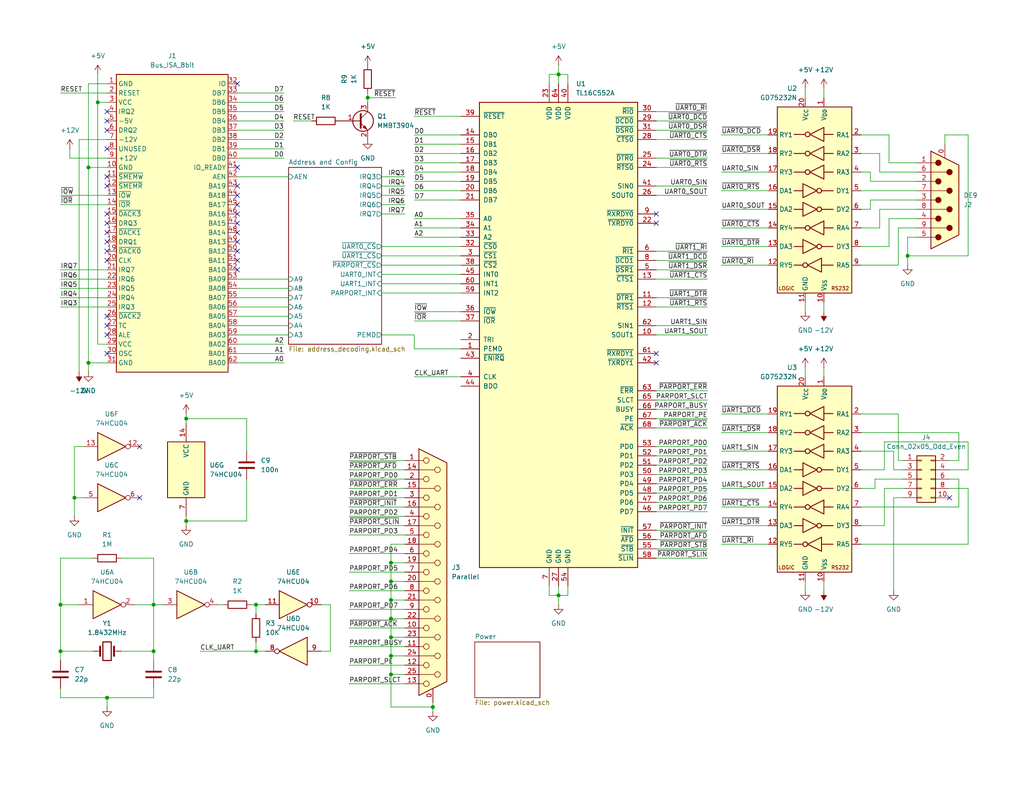
<source format=kicad_sch>
(kicad_sch (version 20231120) (generator "eeschema") (generator_version "8.0")
  (paper "USLetter")
  (junction (at 106.68 168.91))
  (junction (at 24.13 99.06))
  (junction (at 16.51 165.1))
  (junction (at 247.65 69.85))
  (junction (at 41.91 165.1))
  (junction (at 29.21 190.5))
  (junction (at 106.68 158.75))
  (junction (at 24.13 45.72))
  (junction (at 152.4 162.56))
  (junction (at 16.51 177.8))
  (junction (at 69.85 177.8))
  (junction (at 26.67 27.94))
  (junction (at 20.32 135.89))
  (junction (at 152.4 20.32))
  (junction (at 100.33 26.67))
  (junction (at 106.68 184.15))
  (junction (at 106.68 179.07))
  (junction (at 69.85 165.1))
  (junction (at 118.11 193.04))
  (junction (at 50.8 142.24))
  (junction (at 106.68 163.83))
  (junction (at 106.68 173.99))
  (junction (at 41.91 177.8))
  (junction (at 106.68 153.67))
  (junction (at 50.8 114.3))
  (no_connect (at 64.77 55.88))
  (no_connect (at 29.21 50.8))
  (no_connect (at 259.08 135.89))
  (no_connect (at 29.21 68.58))
  (no_connect (at 179.07 99.06))
  (no_connect (at 29.21 30.48))
  (no_connect (at 64.77 60.96))
  (no_connect (at 29.21 35.56))
  (no_connect (at 29.21 91.44))
  (no_connect (at 64.77 50.8))
  (no_connect (at 29.21 96.52))
  (no_connect (at 29.21 86.36))
  (no_connect (at 64.77 71.12))
  (no_connect (at 29.21 66.04))
  (no_connect (at 64.77 22.86))
  (no_connect (at 64.77 68.58))
  (no_connect (at 64.77 45.72))
  (no_connect (at 179.07 60.96))
  (no_connect (at 29.21 58.42))
  (no_connect (at 64.77 63.5))
  (no_connect (at 179.07 96.52))
  (no_connect (at 64.77 73.66))
  (no_connect (at 64.77 53.34))
  (no_connect (at 38.1 135.89))
  (no_connect (at 29.21 71.12))
  (no_connect (at 29.21 48.26))
  (no_connect (at 29.21 40.64))
  (no_connect (at 29.21 63.5))
  (no_connect (at 64.77 58.42))
  (no_connect (at 38.1 121.92))
  (no_connect (at 64.77 66.04))
  (no_connect (at 29.21 88.9))
  (no_connect (at 179.07 58.42))
  (no_connect (at 29.21 60.96))
  (no_connect (at 29.21 33.02))
  (wire (pts (xy 106.68 153.67) (xy 110.49 153.67)))
  (wire (pts (xy 125.73 95.25) (xy 113.03 95.25)))
  (wire (pts (xy 20.32 135.89) (xy 20.32 140.97)))
  (wire (pts (xy 33.02 152.4) (xy 41.91 152.4)))
  (wire (pts (xy 26.67 93.98) (xy 26.67 27.94)))
  (wire (pts (xy 179.07 114.3) (xy 193.04 114.3)))
  (wire (pts (xy 16.51 81.28) (xy 29.21 81.28)))
  (wire (pts (xy 104.14 67.31) (xy 125.73 67.31)))
  (wire (pts (xy 240.03 57.15) (xy 240.03 62.23)))
  (wire (pts (xy 245.11 113.03) (xy 234.95 113.03)))
  (wire (pts (xy 95.25 176.53) (xy 110.49 176.53)))
  (wire (pts (xy 240.03 46.99) (xy 250.19 46.99)))
  (wire (pts (xy 69.85 165.1) (xy 72.39 165.1)))
  (wire (pts (xy 29.21 93.98) (xy 26.67 93.98)))
  (wire (pts (xy 95.25 161.29) (xy 110.49 161.29)))
  (wire (pts (xy 242.57 36.83) (xy 234.95 36.83)))
  (wire (pts (xy 95.25 138.43) (xy 110.49 138.43)))
  (wire (pts (xy 234.95 52.07) (xy 250.19 52.07)))
  (wire (pts (xy 261.62 125.73) (xy 259.08 125.73)))
  (wire (pts (xy 241.3 133.35) (xy 246.38 133.35)))
  (wire (pts (xy 264.16 36.83) (xy 257.81 36.83)))
  (wire (pts (xy 106.68 173.99) (xy 106.68 179.07)))
  (wire (pts (xy 106.68 158.75) (xy 106.68 163.83)))
  (wire (pts (xy 179.07 30.48) (xy 193.04 30.48)))
  (wire (pts (xy 113.03 54.61) (xy 125.73 54.61)))
  (wire (pts (xy 106.68 163.83) (xy 106.68 168.91)))
  (wire (pts (xy 16.51 177.8) (xy 16.51 180.34)))
  (wire (pts (xy 179.07 76.2) (xy 193.04 76.2)))
  (wire (pts (xy 250.19 49.53) (xy 237.49 49.53)))
  (wire (pts (xy 41.91 190.5) (xy 41.91 187.96)))
  (wire (pts (xy 16.51 73.66) (xy 29.21 73.66)))
  (wire (pts (xy 264.16 128.27) (xy 259.08 128.27)))
  (wire (pts (xy 224.79 24.13) (xy 224.79 26.67)))
  (wire (pts (xy 104.14 80.01) (xy 125.73 80.01)))
  (wire (pts (xy 196.85 36.83) (xy 209.55 36.83)))
  (wire (pts (xy 113.03 59.69) (xy 125.73 59.69)))
  (wire (pts (xy 242.57 44.45) (xy 242.57 36.83)))
  (wire (pts (xy 247.65 64.77) (xy 247.65 69.85)))
  (wire (pts (xy 16.51 55.88) (xy 29.21 55.88)))
  (wire (pts (xy 196.85 143.51) (xy 209.55 143.51)))
  (wire (pts (xy 113.03 85.09) (xy 125.73 85.09)))
  (wire (pts (xy 179.07 111.76) (xy 193.04 111.76)))
  (wire (pts (xy 179.07 124.46) (xy 193.04 124.46)))
  (wire (pts (xy 152.4 17.78) (xy 152.4 20.32)))
  (wire (pts (xy 196.85 128.27) (xy 209.55 128.27)))
  (wire (pts (xy 110.49 53.34) (xy 104.14 53.34)))
  (wire (pts (xy 95.25 151.13) (xy 110.49 151.13)))
  (wire (pts (xy 36.83 165.1) (xy 41.91 165.1)))
  (wire (pts (xy 234.95 128.27) (xy 241.3 128.27)))
  (wire (pts (xy 95.25 140.97) (xy 110.49 140.97)))
  (wire (pts (xy 106.68 193.04) (xy 118.11 193.04)))
  (wire (pts (xy 29.21 22.86) (xy 24.13 22.86)))
  (wire (pts (xy 69.85 165.1) (xy 69.85 167.64)))
  (wire (pts (xy 179.07 121.92) (xy 193.04 121.92)))
  (wire (pts (xy 179.07 149.86) (xy 193.04 149.86)))
  (wire (pts (xy 64.77 86.36) (xy 78.74 86.36)))
  (wire (pts (xy 77.47 30.48) (xy 64.77 30.48)))
  (wire (pts (xy 106.68 153.67) (xy 106.68 158.75)))
  (wire (pts (xy 152.4 160.02) (xy 152.4 162.56)))
  (wire (pts (xy 106.68 179.07) (xy 110.49 179.07)))
  (wire (pts (xy 234.95 143.51) (xy 241.3 143.51)))
  (wire (pts (xy 104.14 69.85) (xy 125.73 69.85)))
  (wire (pts (xy 16.51 53.34) (xy 29.21 53.34)))
  (wire (pts (xy 20.32 121.92) (xy 20.32 135.89)))
  (wire (pts (xy 16.51 25.4) (xy 29.21 25.4)))
  (wire (pts (xy 238.76 133.35) (xy 238.76 130.81)))
  (wire (pts (xy 250.19 44.45) (xy 242.57 44.45)))
  (wire (pts (xy 219.71 158.75) (xy 219.71 161.29)))
  (wire (pts (xy 90.17 165.1) (xy 90.17 177.8)))
  (wire (pts (xy 113.03 62.23) (xy 125.73 62.23)))
  (wire (pts (xy 154.94 162.56) (xy 154.94 160.02)))
  (wire (pts (xy 196.85 133.35) (xy 209.55 133.35)))
  (wire (pts (xy 149.86 160.02) (xy 149.86 162.56)))
  (wire (pts (xy 64.77 91.44) (xy 78.74 91.44)))
  (wire (pts (xy 106.68 168.91) (xy 110.49 168.91)))
  (wire (pts (xy 234.95 123.19) (xy 243.84 123.19)))
  (wire (pts (xy 237.49 46.99) (xy 234.95 46.99)))
  (wire (pts (xy 179.07 45.72) (xy 193.04 45.72)))
  (wire (pts (xy 196.85 67.31) (xy 209.55 67.31)))
  (wire (pts (xy 261.62 118.11) (xy 261.62 125.73)))
  (wire (pts (xy 24.13 99.06) (xy 24.13 101.6)))
  (wire (pts (xy 149.86 162.56) (xy 152.4 162.56)))
  (wire (pts (xy 237.49 57.15) (xy 234.95 57.15)))
  (wire (pts (xy 110.49 148.59) (xy 106.68 148.59)))
  (wire (pts (xy 196.85 148.59) (xy 209.55 148.59)))
  (wire (pts (xy 243.84 128.27) (xy 246.38 128.27)))
  (wire (pts (xy 113.03 39.37) (xy 125.73 39.37)))
  (wire (pts (xy 179.07 88.9) (xy 193.04 88.9)))
  (wire (pts (xy 50.8 114.3) (xy 67.31 114.3)))
  (wire (pts (xy 149.86 20.32) (xy 149.86 22.86)))
  (wire (pts (xy 64.77 88.9) (xy 78.74 88.9)))
  (wire (pts (xy 29.21 43.18) (xy 19.05 43.18)))
  (wire (pts (xy 106.68 158.75) (xy 110.49 158.75)))
  (wire (pts (xy 72.39 177.8) (xy 69.85 177.8)))
  (wire (pts (xy 179.07 35.56) (xy 193.04 35.56)))
  (wire (pts (xy 219.71 100.33) (xy 219.71 102.87)))
  (wire (pts (xy 67.31 114.3) (xy 67.31 123.19)))
  (wire (pts (xy 22.86 121.92) (xy 20.32 121.92)))
  (wire (pts (xy 16.51 83.82) (xy 29.21 83.82)))
  (wire (pts (xy 179.07 116.84) (xy 193.04 116.84)))
  (wire (pts (xy 110.49 50.8) (xy 104.14 50.8)))
  (wire (pts (xy 224.79 158.75) (xy 224.79 161.29)))
  (wire (pts (xy 224.79 82.55) (xy 224.79 85.09)))
  (wire (pts (xy 67.31 142.24) (xy 67.31 130.81)))
  (wire (pts (xy 247.65 69.85) (xy 264.16 69.85)))
  (wire (pts (xy 179.07 38.1) (xy 193.04 38.1)))
  (wire (pts (xy 24.13 22.86) (xy 24.13 45.72)))
  (wire (pts (xy 242.57 59.69) (xy 242.57 67.31)))
  (wire (pts (xy 64.77 48.26) (xy 78.74 48.26)))
  (wire (pts (xy 106.68 173.99) (xy 110.49 173.99)))
  (wire (pts (xy 243.84 135.89) (xy 243.84 161.29)))
  (wire (pts (xy 29.21 38.1) (xy 21.59 38.1)))
  (wire (pts (xy 110.49 58.42) (xy 104.14 58.42)))
  (wire (pts (xy 264.16 120.65) (xy 264.16 128.27)))
  (wire (pts (xy 179.07 137.16) (xy 193.04 137.16)))
  (wire (pts (xy 21.59 38.1) (xy 21.59 101.6)))
  (wire (pts (xy 110.49 48.26) (xy 104.14 48.26)))
  (wire (pts (xy 113.03 41.91) (xy 125.73 41.91)))
  (wire (pts (xy 95.25 125.73) (xy 110.49 125.73)))
  (wire (pts (xy 77.47 43.18) (xy 64.77 43.18)))
  (wire (pts (xy 26.67 27.94) (xy 29.21 27.94)))
  (wire (pts (xy 104.14 72.39) (xy 125.73 72.39)))
  (wire (pts (xy 16.51 190.5) (xy 16.51 187.96)))
  (wire (pts (xy 54.61 177.8) (xy 69.85 177.8)))
  (wire (pts (xy 77.47 25.4) (xy 64.77 25.4)))
  (wire (pts (xy 113.03 46.99) (xy 125.73 46.99)))
  (wire (pts (xy 64.77 81.28) (xy 78.74 81.28)))
  (wire (pts (xy 264.16 148.59) (xy 264.16 133.35)))
  (wire (pts (xy 234.95 148.59) (xy 264.16 148.59)))
  (wire (pts (xy 224.79 100.33) (xy 224.79 102.87)))
  (wire (pts (xy 95.25 166.37) (xy 110.49 166.37)))
  (wire (pts (xy 113.03 44.45) (xy 125.73 44.45)))
  (wire (pts (xy 77.47 96.52) (xy 64.77 96.52)))
  (wire (pts (xy 245.11 125.73) (xy 245.11 113.03)))
  (wire (pts (xy 113.03 102.87) (xy 125.73 102.87)))
  (wire (pts (xy 196.85 52.07) (xy 209.55 52.07)))
  (wire (pts (xy 245.11 62.23) (xy 250.19 62.23)))
  (wire (pts (xy 250.19 59.69) (xy 242.57 59.69)))
  (wire (pts (xy 240.03 62.23) (xy 234.95 62.23)))
  (wire (pts (xy 95.25 186.69) (xy 110.49 186.69)))
  (wire (pts (xy 250.19 64.77) (xy 247.65 64.77)))
  (wire (pts (xy 33.02 177.8) (xy 41.91 177.8)))
  (wire (pts (xy 219.71 24.13) (xy 219.71 26.67)))
  (wire (pts (xy 257.81 36.83) (xy 257.81 39.37)))
  (wire (pts (xy 106.68 184.15) (xy 110.49 184.15)))
  (wire (pts (xy 16.51 78.74) (xy 29.21 78.74)))
  (wire (pts (xy 179.07 127) (xy 193.04 127)))
  (wire (pts (xy 234.95 72.39) (xy 245.11 72.39)))
  (wire (pts (xy 234.95 138.43) (xy 261.62 138.43)))
  (wire (pts (xy 243.84 123.19) (xy 243.84 128.27)))
  (wire (pts (xy 24.13 45.72) (xy 24.13 99.06)))
  (wire (pts (xy 20.32 135.89) (xy 22.86 135.89)))
  (wire (pts (xy 50.8 142.24) (xy 67.31 142.24)))
  (wire (pts (xy 41.91 152.4) (xy 41.91 165.1)))
  (wire (pts (xy 106.68 163.83) (xy 110.49 163.83)))
  (wire (pts (xy 179.07 106.68) (xy 193.04 106.68)))
  (wire (pts (xy 118.11 193.04) (xy 118.11 194.31)))
  (wire (pts (xy 64.77 78.74) (xy 78.74 78.74)))
  (wire (pts (xy 106.68 168.91) (xy 106.68 173.99)))
  (wire (pts (xy 179.07 71.12) (xy 193.04 71.12)))
  (wire (pts (xy 64.77 83.82) (xy 78.74 83.82)))
  (wire (pts (xy 179.07 83.82) (xy 193.04 83.82)))
  (wire (pts (xy 104.14 74.93) (xy 125.73 74.93)))
  (wire (pts (xy 196.85 72.39) (xy 209.55 72.39)))
  (wire (pts (xy 113.03 49.53) (xy 125.73 49.53)))
  (wire (pts (xy 261.62 138.43) (xy 261.62 130.81)))
  (wire (pts (xy 234.95 41.91) (xy 240.03 41.91)))
  (wire (pts (xy 179.07 43.18) (xy 193.04 43.18)))
  (wire (pts (xy 29.21 190.5) (xy 41.91 190.5)))
  (wire (pts (xy 24.13 45.72) (xy 29.21 45.72)))
  (wire (pts (xy 179.07 53.34) (xy 193.04 53.34)))
  (wire (pts (xy 100.33 26.67) (xy 100.33 27.94)))
  (wire (pts (xy 264.16 133.35) (xy 259.08 133.35)))
  (wire (pts (xy 196.85 46.99) (xy 209.55 46.99)))
  (wire (pts (xy 113.03 95.25) (xy 113.03 91.44)))
  (wire (pts (xy 152.4 20.32) (xy 149.86 20.32)))
  (wire (pts (xy 264.16 69.85) (xy 264.16 36.83)))
  (wire (pts (xy 179.07 147.32) (xy 193.04 147.32)))
  (wire (pts (xy 77.47 38.1) (xy 64.77 38.1)))
  (wire (pts (xy 113.03 64.77) (xy 125.73 64.77)))
  (wire (pts (xy 179.07 50.8) (xy 193.04 50.8)))
  (wire (pts (xy 69.85 177.8) (xy 69.85 175.26)))
  (wire (pts (xy 241.3 120.65) (xy 264.16 120.65)))
  (wire (pts (xy 106.68 184.15) (xy 106.68 193.04)))
  (wire (pts (xy 24.13 99.06) (xy 29.21 99.06)))
  (wire (pts (xy 241.3 143.51) (xy 241.3 133.35)))
  (wire (pts (xy 77.47 33.02) (xy 64.77 33.02)))
  (wire (pts (xy 113.03 31.75) (xy 125.73 31.75)))
  (wire (pts (xy 77.47 40.64) (xy 64.77 40.64)))
  (wire (pts (xy 25.4 152.4) (xy 16.51 152.4)))
  (wire (pts (xy 50.8 114.3) (xy 50.8 115.57)))
  (wire (pts (xy 95.25 181.61) (xy 110.49 181.61)))
  (wire (pts (xy 179.07 132.08) (xy 193.04 132.08)))
  (wire (pts (xy 64.77 76.2) (xy 78.74 76.2)))
  (wire (pts (xy 250.19 57.15) (xy 240.03 57.15)))
  (wire (pts (xy 95.25 146.05) (xy 110.49 146.05)))
  (wire (pts (xy 95.25 135.89) (xy 110.49 135.89)))
  (wire (pts (xy 118.11 191.77) (xy 118.11 193.04)))
  (wire (pts (xy 247.65 69.85) (xy 247.65 72.39)))
  (wire (pts (xy 237.49 49.53) (xy 237.49 46.99)))
  (wire (pts (xy 29.21 190.5) (xy 16.51 190.5)))
  (wire (pts (xy 113.03 91.44) (xy 104.14 91.44)))
  (wire (pts (xy 152.4 20.32) (xy 154.94 20.32)))
  (wire (pts (xy 113.03 52.07) (xy 125.73 52.07)))
  (wire (pts (xy 246.38 125.73) (xy 245.11 125.73)))
  (wire (pts (xy 238.76 130.81) (xy 246.38 130.81)))
  (wire (pts (xy 179.07 91.44) (xy 193.04 91.44)))
  (wire (pts (xy 59.69 165.1) (xy 60.96 165.1)))
  (wire (pts (xy 245.11 72.39) (xy 245.11 62.23)))
  (wire (pts (xy 16.51 177.8) (xy 16.51 165.1)))
  (wire (pts (xy 241.3 128.27) (xy 241.3 120.65)))
  (wire (pts (xy 179.07 134.62) (xy 193.04 134.62)))
  (wire (pts (xy 246.38 135.89) (xy 243.84 135.89)))
  (wire (pts (xy 50.8 113.03) (xy 50.8 114.3)))
  (wire (pts (xy 41.91 177.8) (xy 41.91 165.1)))
  (wire (pts (xy 152.4 20.32) (xy 152.4 22.86)))
  (wire (pts (xy 104.14 77.47) (xy 125.73 77.47)))
  (wire (pts (xy 196.85 57.15) (xy 209.55 57.15)))
  (wire (pts (xy 95.25 133.35) (xy 110.49 133.35)))
  (wire (pts (xy 154.94 20.32) (xy 154.94 22.86)))
  (wire (pts (xy 95.25 130.81) (xy 110.49 130.81)))
  (wire (pts (xy 87.63 165.1) (xy 90.17 165.1)))
  (wire (pts (xy 77.47 27.94) (xy 64.77 27.94)))
  (wire (pts (xy 196.85 113.03) (xy 209.55 113.03)))
  (wire (pts (xy 41.91 177.8) (xy 41.91 180.34)))
  (wire (pts (xy 95.25 156.21) (xy 110.49 156.21)))
  (wire (pts (xy 95.25 143.51) (xy 110.49 143.51)))
  (wire (pts (xy 196.85 41.91) (xy 209.55 41.91)))
  (wire (pts (xy 152.4 162.56) (xy 152.4 165.1)))
  (wire (pts (xy 26.67 20.32) (xy 26.67 27.94)))
  (wire (pts (xy 113.03 87.63) (xy 125.73 87.63)))
  (wire (pts (xy 240.03 41.91) (xy 240.03 46.99)))
  (wire (pts (xy 196.85 138.43) (xy 209.55 138.43)))
  (wire (pts (xy 152.4 162.56) (xy 154.94 162.56)))
  (wire (pts (xy 50.8 140.97) (xy 50.8 142.24)))
  (wire (pts (xy 25.4 177.8) (xy 16.51 177.8)))
  (wire (pts (xy 196.85 118.11) (xy 209.55 118.11)))
  (wire (pts (xy 261.62 130.81) (xy 259.08 130.81)))
  (wire (pts (xy 16.51 165.1) (xy 21.59 165.1)))
  (wire (pts (xy 179.07 144.78) (xy 193.04 144.78)))
  (wire (pts (xy 113.03 36.83) (xy 125.73 36.83)))
  (wire (pts (xy 106.68 179.07) (xy 106.68 184.15)))
  (wire (pts (xy 16.51 152.4) (xy 16.51 165.1)))
  (wire (pts (xy 100.33 25.4) (xy 100.33 26.67)))
  (wire (pts (xy 179.07 68.58) (xy 193.04 68.58)))
  (wire (pts (xy 179.07 139.7) (xy 193.04 139.7)))
  (wire (pts (xy 250.19 54.61) (xy 237.49 54.61)))
  (wire (pts (xy 90.17 177.8) (xy 87.63 177.8)))
  (wire (pts (xy 41.91 165.1) (xy 44.45 165.1)))
  (wire (pts (xy 106.68 148.59) (xy 106.68 153.67)))
  (wire (pts (xy 100.33 26.67) (xy 107.95 26.67)))
  (wire (pts (xy 77.47 99.06) (xy 64.77 99.06)))
  (wire (pts (xy 219.71 82.55) (xy 219.71 85.09)))
  (wire (pts (xy 234.95 133.35) (xy 238.76 133.35)))
  (wire (pts (xy 179.07 129.54) (xy 193.04 129.54)))
  (wire (pts (xy 77.47 93.98) (xy 64.77 93.98)))
  (wire (pts (xy 50.8 142.24) (xy 50.8 143.51)))
  (wire (pts (xy 234.95 118.11) (xy 261.62 118.11)))
  (wire (pts (xy 179.07 81.28) (xy 193.04 81.28)))
  (wire (pts (xy 179.07 33.02) (xy 193.04 33.02)))
  (wire (pts (xy 196.85 62.23) (xy 209.55 62.23)))
  (wire (pts (xy 237.49 54.61) (xy 237.49 57.15)))
  (wire (pts (xy 95.25 128.27) (xy 110.49 128.27)))
  (wire (pts (xy 77.47 35.56) (xy 64.77 35.56)))
  (wire (pts (xy 29.21 193.04) (xy 29.21 190.5)))
  (wire (pts (xy 242.57 67.31) (xy 234.95 67.31)))
  (wire (pts (xy 179.07 73.66) (xy 193.04 73.66)))
  (wire (pts (xy 68.58 165.1) (xy 69.85 165.1)))
  (wire (pts (xy 196.85 123.19) (xy 209.55 123.19)))
  (wire (pts (xy 179.07 109.22) (xy 193.04 109.22)))
  (wire (pts (xy 16.51 76.2) (xy 29.21 76.2)))
  (wire (pts (xy 95.25 171.45) (xy 110.49 171.45)))
  (wire (pts (xy 80.01 33.02) (xy 85.09 33.02)))
  (wire (pts (xy 19.05 40.64) (xy 19.05 43.18)))
  (wire (pts (xy 110.49 55.88) (xy 104.14 55.88)))
  (wire (pts (xy 179.07 152.4) (xy 193.04 152.4)))
  (label "~{PARPORT_STB}" (at 193.04 149.86 180))
  (label "PARPORT_PD4" (at 95.25 151.13 0))
  (label "D5" (at 113.03 49.53 0))
  (label "~{UART1_RI}" (at 196.85 148.59 0))
  (label "~{PARPORT_SLIN}" (at 193.04 152.4 180))
  (label "PARPORT_PE" (at 193.04 114.3 180))
  (label "UART0_SIN" (at 193.04 50.8 180))
  (label "~{UART1_CTS}" (at 193.04 76.2 180))
  (label "PARPORT_PD4" (at 193.04 132.08 180))
  (label "~{UART1_RI}" (at 193.04 68.58 180))
  (label "~{PARPORT_AFD}" (at 95.25 128.27 0))
  (label "RESET" (at 16.51 25.4 0))
  (label "D7" (at 77.47 25.4 180))
  (label "D1" (at 77.47 40.64 180))
  (label "~{UART1_DCD}" (at 196.85 113.03 0))
  (label "PARPORT_PD2" (at 95.25 140.97 0))
  (label "A1" (at 77.47 96.52 180))
  (label "~{PARPORT_ERR}" (at 193.04 106.68 180))
  (label "PARPORT_PD7" (at 193.04 139.7 180))
  (label "IRQ3" (at 16.51 83.82 0))
  (label "~{PARPORT_SLIN}" (at 95.25 143.51 0))
  (label "~{PARPORT_ACK}" (at 193.04 116.84 180))
  (label "~{UART1_RTS}" (at 196.85 128.27 0))
  (label "~{UART0_DCD}" (at 196.85 36.83 0))
  (label "~{IOW}" (at 16.51 53.34 0))
  (label "D5" (at 77.47 30.48 180))
  (label "~{UART0_CTS}" (at 193.04 38.1 180))
  (label "A2" (at 77.47 93.98 180))
  (label "RESET" (at 80.01 33.02 0))
  (label "~{UART1_CTS}" (at 196.85 138.43 0))
  (label "~{UART1_RTS}" (at 193.04 83.82 180))
  (label "PARPORT_PD1" (at 193.04 124.46 180))
  (label "UART1_SIN" (at 196.85 123.19 0))
  (label "D3" (at 77.47 35.56 180))
  (label "PARPORT_BUSY" (at 95.25 176.53 0))
  (label "IRQ5" (at 16.51 78.74 0))
  (label "IRQ6" (at 16.51 76.2 0))
  (label "~{UART1_DSR}" (at 193.04 73.66 180))
  (label "D2" (at 77.47 38.1 180))
  (label "PARPORT_PD0" (at 193.04 121.92 180))
  (label "PARPORT_PD6" (at 193.04 137.16 180))
  (label "~{UART0_RTS}" (at 193.04 45.72 180))
  (label "~{IOR}" (at 113.03 87.63 0))
  (label "IRQ3" (at 110.49 48.26 180))
  (label "~{PARPORT_STB}" (at 95.25 125.73 0))
  (label "PARPORT_SLCT" (at 193.04 109.22 180))
  (label "PARPORT_PD0" (at 95.25 130.81 0))
  (label "~{PARPORT_ERR}" (at 95.25 133.35 0))
  (label "PARPORT_PD3" (at 193.04 129.54 180))
  (label "PARPORT_PD2" (at 193.04 127 180))
  (label "~{IOW}" (at 113.03 85.09 0))
  (label "~{RESET}" (at 113.03 31.75 0))
  (label "PARPORT_PD5" (at 193.04 134.62 180))
  (label "~{UART0_DSR}" (at 193.04 35.56 180))
  (label "IRQ4" (at 16.51 81.28 0))
  (label "~{PARPORT_AFD}" (at 193.04 147.32 180))
  (label "UART1_SIN" (at 193.04 88.9 180))
  (label "~{UART1_DTR}" (at 193.04 81.28 180))
  (label "~{UART0_DTR}" (at 193.04 43.18 180))
  (label "D0" (at 77.47 43.18 180))
  (label "IRQ5" (at 110.49 53.34 180))
  (label "PARPORT_PD5" (at 95.25 156.21 0))
  (label "IRQ6" (at 110.49 55.88 180))
  (label "UART1_SOUT" (at 196.85 133.35 0))
  (label "D2" (at 113.03 41.91 0))
  (label "D0" (at 113.03 36.83 0))
  (label "D6" (at 77.47 27.94 180))
  (label "A0" (at 77.47 99.06 180))
  (label "D3" (at 113.03 44.45 0))
  (label "IRQ4" (at 110.49 50.8 180))
  (label "~{UART0_DTR}" (at 196.85 67.31 0))
  (label "~{RESET}" (at 107.95 26.67 180))
  (label "~{PARPORT_INIT}" (at 95.25 138.43 0))
  (label "~{UART0_RI}" (at 196.85 72.39 0))
  (label "UART0_SOUT" (at 196.85 57.15 0))
  (label "IRQ7" (at 110.49 58.42 180))
  (label "A0" (at 113.03 59.69 0))
  (label "~{PARPORT_ACK}" (at 95.25 171.45 0))
  (label "PARPORT_SLCT" (at 95.25 186.69 0))
  (label "CLK_UART" (at 113.03 102.87 0))
  (label "D1" (at 113.03 39.37 0))
  (label "UART0_SIN" (at 196.85 46.99 0))
  (label "~{UART1_DSR}" (at 196.85 118.11 0))
  (label "~{UART0_RI}" (at 193.04 30.48 180))
  (label "PARPORT_PD3" (at 95.25 146.05 0))
  (label "UART0_SOUT" (at 193.04 53.34 180))
  (label "D7" (at 113.03 54.61 0))
  (label "PARPORT_PD1" (at 95.25 135.89 0))
  (label "~{UART0_DSR}" (at 196.85 41.91 0))
  (label "PARPORT_BUSY" (at 193.04 111.76 180))
  (label "~{UART1_DTR}" (at 196.85 143.51 0))
  (label "~{UART0_DCD}" (at 193.04 33.02 180))
  (label "PARPORT_PD6" (at 95.25 161.29 0))
  (label "D4" (at 77.47 33.02 180))
  (label "~{IOR}" (at 16.51 55.88 0))
  (label "~{UART0_RTS}" (at 196.85 52.07 0))
  (label "CLK_UART" (at 54.61 177.8 0))
  (label "~{UART0_CTS}" (at 196.85 62.23 0))
  (label "A2" (at 113.03 64.77 0))
  (label "~{PARPORT_INIT}" (at 193.04 144.78 180))
  (label "UART1_SOUT" (at 193.04 91.44 180))
  (label "A1" (at 113.03 62.23 0))
  (label "PARPORT_PD7" (at 95.25 166.37 0))
  (label "D4" (at 113.03 46.99 0))
  (label "PARPORT_PE" (at 95.25 181.61 0))
  (label "~{UART1_DCD}" (at 193.04 71.12 180))
  (label "D6" (at 113.03 52.07 0))
  (label "IRQ7" (at 16.51 73.66 0))
  (symbol (lib_id "Interface_UART:GD75232N") (at 222.25 54.61 0) (mirror y) (unit 1)
    (property "Reference" "U2" (at 217.5159 24.13 0) (effects (justify left)))
    (property "Value" "GD75232N" (at 217.5159 26.67 0) (effects (justify left)))
    (property "Footprint" "Package_DIP:DIP-20_W7.62mm" (effects (hide yes)))
    (property "Datasheet" "http://www.ti.com/lit/ds/symlink/gd75232.pdf" (effects (hide yes)))
    (property "Description" "Multiple RS-232 Driver and Receiver, DIP-20" (effects (hide yes)))
  )
  (symbol (lib_id "power:GND") (at 219.71 161.29 0) (unit 1)
    (property "Reference" "#PWR07" (effects (hide yes)))
    (property "Value" "GND" (at 219.71 166.37 0))
    (property "Description" "Power symbol creates a global label with name \"GND\" , ground" (effects (hide yes)))
  )
  (symbol (lib_id "power:+5V") (at 219.71 24.13 0) (unit 1)
    (property "Reference" "#PWR01" (effects (hide yes)))
    (property "Value" "+5V" (at 219.71 19.05 0))
    (property "Description" "Power symbol creates a global label with name \"+5V\"" (effects (hide yes)))
  )
  (symbol (lib_id "pc-parts:TL16C552A") (at 152.4 91.44 0) (unit 1)
    (property "Reference" "U1" (at 157.1341 22.86 0) (effects (justify left)))
    (property "Value" "TL16C552A" (at 157.1341 25.4 0) (effects (justify left)))
    (property "Footprint" "Package_LCC:PLCC-68_THT-Socket" (effects (hide yes)))
    (property "Datasheet" "http://www.ti.com/lit/ds/symlink/pc16550d.pdf" (effects (hide yes)))
    (property "Description" "PC16550D, Universal Asynchronous Receiver/Transmitter with FIFOs, PDIP-40" (effects (hide yes)))
  )
  (symbol (lib_id "power:GND") (at 247.65 72.39 0) (unit 1)
    (property "Reference" "#PWR05" (effects (hide yes)))
    (property "Value" "GND" (at 247.65 77.47 0))
    (property "Description" "Power symbol creates a global label with name \"GND\" , ground" (effects (hide yes)))
  )
  (symbol (lib_id "power:+5V") (at 26.67 20.32 0) (unit 1)
    (property "Reference" "#PWR028" (effects (hide yes)))
    (property "Value" "+5V" (at 26.67 15.24 0))
    (property "Description" "Power symbol creates a global label with name \"+5V\"" (effects (hide yes)))
  )
  (symbol (lib_id "74xx:74HC04") (at 80.01 165.1 0) (unit 5)
    (property "Reference" "U6" (at 80.01 156.21 0))
    (property "Value" "74HCU04" (at 80.01 158.75 0))
    (property "Footprint" "Package_SO:SO-14_3.9x8.65mm_P1.27mm" (effects (hide yes)))
    (property "Datasheet" "https://assets.nexperia.com/documents/data-sheet/74HC_HCT04.pdf" (effects (hide yes)))
    (property "Description" "Hex Inverter" (effects (hide yes)))
  )
  (symbol (lib_id "Device:R") (at 29.21 152.4 90) (unit 1)
    (property "Reference" "R1" (at 29.21 146.05 90))
    (property "Value" "1M" (at 29.21 148.59 90))
    (property "Footprint" "Resistor_SMD:R_0603_1608Metric_Pad0.98x0.95mm_HandSolder" (effects (hide yes)))
    (property "Description" "Resistor" (effects (hide yes)))
  )
  (symbol (lib_id "74xx:74HC04") (at 30.48 121.92 0) (unit 6)
    (property "Reference" "U6" (at 30.48 113.03 0))
    (property "Value" "74HCU04" (at 30.48 115.57 0))
    (property "Footprint" "Package_SO:SO-14_3.9x8.65mm_P1.27mm" (effects (hide yes)))
    (property "Datasheet" "https://assets.nexperia.com/documents/data-sheet/74HC_HCT04.pdf" (effects (hide yes)))
    (property "Description" "Hex Inverter" (effects (hide yes)))
  )
  (symbol (lib_id "power:GND") (at 50.8 143.51 0) (unit 1)
    (property "Reference" "#PWR020" (effects (hide yes)))
    (property "Value" "GND" (at 50.8 148.59 0))
    (property "Description" "Power symbol creates a global label with name \"GND\" , ground" (effects (hide yes)))
  )
  (symbol (lib_id "Transistor_BJT:MMBT3904") (at 97.79 33.02 0) (unit 1)
    (property "Reference" "Q1" (at 102.87 31.7499 0) (effects (justify left)))
    (property "Value" "MMBT3904" (at 102.87 34.2899 0) (effects (justify left)))
    (property "Footprint" "Package_TO_SOT_SMD:SOT-23" (effects (hide yes)))
    (property "Datasheet" "https://www.onsemi.com/pdf/datasheet/pzt3904-d.pdf" (effects (hide yes)))
    (property "Description" "0.2A Ic, 40V Vce, Small Signal NPN Transistor, SOT-23" (effects (hide yes)))
  )
  (symbol (lib_id "Device:R") (at 69.85 171.45 0) (unit 1)
    (property "Reference" "R3" (at 72.39 170.1799 0) (effects (justify left)))
    (property "Value" "10K" (at 72.39 172.7199 0) (effects (justify left)))
    (property "Footprint" "Resistor_SMD:R_0603_1608Metric_Pad0.98x0.95mm_HandSolder" (effects (hide yes)))
    (property "Description" "Resistor" (effects (hide yes)))
  )
  (symbol (lib_id "74xx:74HC04") (at 30.48 135.89 0) (unit 3)
    (property "Reference" "U6" (at 30.48 127 0))
    (property "Value" "74HCU04" (at 30.48 129.54 0))
    (property "Footprint" "Package_SO:SO-14_3.9x8.65mm_P1.27mm" (effects (hide yes)))
    (property "Datasheet" "https://assets.nexperia.com/documents/data-sheet/74HC_HCT04.pdf" (effects (hide yes)))
    (property "Description" "Hex Inverter" (effects (hide yes)))
  )
  (symbol (lib_id "74xx:74HC04") (at 52.07 165.1 0) (unit 2)
    (property "Reference" "U6" (at 52.07 156.21 0))
    (property "Value" "74HCU04" (at 52.07 158.75 0))
    (property "Footprint" "Package_SO:SO-14_3.9x8.65mm_P1.27mm" (effects (hide yes)))
    (property "Datasheet" "https://assets.nexperia.com/documents/data-sheet/74HC_HCT04.pdf" (effects (hide yes)))
    (property "Description" "Hex Inverter" (effects (hide yes)))
  )
  (symbol (lib_id "power:+12V") (at 19.05 40.64 0) (unit 1)
    (property "Reference" "#PWR025" (effects (hide yes)))
    (property "Value" "+12V" (at 19.05 35.56 0))
    (property "Description" "Power symbol creates a global label with name \"+12V\"" (effects (hide yes)))
  )
  (symbol (lib_id "power:GND") (at 243.84 161.29 0) (unit 1)
    (property "Reference" "#PWR010" (effects (hide yes)))
    (property "Value" "GND" (at 243.84 166.37 0))
    (property "Description" "Power symbol creates a global label with name \"GND\" , ground" (effects (hide yes)))
  )
  (symbol (lib_id "Interface_UART:GD75232N") (at 222.25 130.81 0) (mirror y) (unit 1)
    (property "Reference" "U3" (at 217.5159 100.33 0) (effects (justify left)))
    (property "Value" "GD75232N" (at 217.5159 102.87 0) (effects (justify left)))
    (property "Footprint" "Package_DIP:DIP-20_W7.62mm" (effects (hide yes)))
    (property "Datasheet" "http://www.ti.com/lit/ds/symlink/gd75232.pdf" (effects (hide yes)))
    (property "Description" "Multiple RS-232 Driver and Receiver, DIP-20" (effects (hide yes)))
  )
  (symbol (lib_id "power:GND") (at 29.21 193.04 0) (unit 1)
    (property "Reference" "#PWR018" (effects (hide yes)))
    (property "Value" "GND" (at 29.21 198.12 0))
    (property "Description" "Power symbol creates a global label with name \"GND\" , ground" (effects (hide yes)))
  )
  (symbol (lib_id "power:+5V") (at 100.33 17.78 0) (unit 1)
    (property "Reference" "#PWR038" (effects (hide yes)))
    (property "Value" "+5V" (at 100.33 12.7 0))
    (property "Description" "Power symbol creates a global label with name \"+5V\"" (effects (hide yes)))
  )
  (symbol (lib_id "Device:Crystal") (at 29.21 177.8 0) (unit 1)
    (property "Reference" "Y1" (at 29.21 170.18 0))
    (property "Value" "1.8432MHz" (at 29.21 172.72 0))
    (property "Footprint" "Crystal:Crystal_HC49-U_Vertical" (effects (hide yes)))
    (property "Description" "Two pin crystal" (effects (hide yes)))
  )
  (symbol (lib_id "Device:R") (at 88.9 33.02 90) (unit 1)
    (property "Reference" "R8" (at 88.9 26.67 90))
    (property "Value" "1K" (at 88.9 29.21 90))
    (property "Footprint" "Resistor_SMD:R_0603_1608Metric_Pad0.98x0.95mm_HandSolder" (effects (hide yes)))
    (property "Description" "Resistor" (effects (hide yes)))
  )
  (symbol (lib_id "power:GND") (at 152.4 165.1 0) (unit 1)
    (property "Reference" "#PWR024" (effects (hide yes)))
    (property "Value" "GND" (at 152.4 170.18 0))
    (property "Description" "Power symbol creates a global label with name \"GND\" , ground" (effects (hide yes)))
  )
  (symbol (lib_id "Device:R") (at 64.77 165.1 90) (unit 1)
    (property "Reference" "R2" (at 64.77 158.75 90))
    (property "Value" "1K" (at 64.77 161.29 90))
    (property "Footprint" "Resistor_SMD:R_0603_1608Metric_Pad0.98x0.95mm_HandSolder" (effects (hide yes)))
    (property "Description" "Resistor" (effects (hide yes)))
  )
  (symbol (lib_id "power:-12V") (at 224.79 161.29 180) (unit 1)
    (property "Reference" "#PWR09" (effects (hide yes)))
    (property "Value" "-12V" (at 224.79 166.37 0))
    (property "Description" "Power symbol creates a global label with name \"-12V\"" (effects (hide yes)))
  )
  (symbol (lib_id "Device:C") (at 67.31 127 0) (unit 1)
    (property "Reference" "C9" (at 71.12 125.7299 0) (effects (justify left)))
    (property "Value" "100n" (at 71.12 128.2699 0) (effects (justify left)))
    (property "Footprint" "Capacitor_SMD:C_0603_1608Metric_Pad1.08x0.95mm_HandSolder" (effects (hide yes)))
    (property "Description" "Unpolarized capacitor" (effects (hide yes)))
  )
  (symbol (lib_id "74xx:74HC04") (at 29.21 165.1 0) (unit 1)
    (property "Reference" "U6" (at 29.21 156.21 0))
    (property "Value" "74HCU04" (at 29.21 158.75 0))
    (property "Footprint" "Package_SO:SO-14_3.9x8.65mm_P1.27mm" (effects (hide yes)))
    (property "Datasheet" "https://assets.nexperia.com/documents/data-sheet/74HC_HCT04.pdf" (effects (hide yes)))
    (property "Description" "Hex Inverter" (effects (hide yes)))
  )
  (symbol (lib_id "power:GND") (at 20.32 140.97 0) (unit 1)
    (property "Reference" "#PWR017" (effects (hide yes)))
    (property "Value" "GND" (at 20.32 146.05 0))
    (property "Description" "Power symbol creates a global label with name \"GND\" , ground" (effects (hide yes)))
  )
  (symbol (lib_id "power:-12V") (at 21.59 101.6 180) (unit 1)
    (property "Reference" "#PWR026" (effects (hide yes)))
    (property "Value" "-12V" (at 21.59 106.68 0))
    (property "Description" "Power symbol creates a global label with name \"-12V\"" (effects (hide yes)))
  )
  (symbol (lib_id "power:+5V") (at 50.8 113.03 0) (unit 1)
    (property "Reference" "#PWR019" (effects (hide yes)))
    (property "Value" "+5V" (at 50.8 107.95 0))
    (property "Description" "Power symbol creates a global label with name \"+5V\"" (effects (hide yes)))
  )
  (symbol (lib_id "Device:R") (at 100.33 21.59 180) (unit 1)
    (property "Reference" "R9" (at 93.98 21.59 90))
    (property "Value" "1K" (at 96.52 21.59 90))
    (property "Footprint" "Resistor_SMD:R_0603_1608Metric_Pad0.98x0.95mm_HandSolder" (effects (hide yes)))
    (property "Description" "Resistor" (effects (hide yes)))
  )
  (symbol (lib_id "Connector:Bus_ISA_8bit") (at 46.99 60.96 0) (unit 1)
    (property "Reference" "J1" (at 46.99 15.24 0))
    (property "Value" "Bus_ISA_8bit" (at 46.99 17.78 0))
    (property "Footprint" "pc-parts:BUS_AT_8BIT" (effects (hide yes)))
    (property "Datasheet" "https://en.wikipedia.org/wiki/Industry_Standard_Architecture" (effects (hide yes)))
    (property "Description" "8-bit ISA-PC bus connector" (effects (hide yes)))
  )
  (symbol (lib_id "power:GND") (at 24.13 101.6 0) (unit 1)
    (property "Reference" "#PWR027" (effects (hide yes)))
    (property "Value" "GND" (at 24.13 106.68 0))
    (property "Description" "Power symbol creates a global label with name \"GND\" , ground" (effects (hide yes)))
  )
  (symbol (lib_id "74xx:74HC04") (at 50.8 128.27 0) (unit 7)
    (property "Reference" "U6" (at 57.15 126.9999 0) (effects (justify left)))
    (property "Value" "74HCU04" (at 57.15 129.5399 0) (effects (justify left)))
    (property "Footprint" "Package_SO:SO-14_3.9x8.65mm_P1.27mm" (effects (hide yes)))
    (property "Datasheet" "https://assets.nexperia.com/documents/data-sheet/74HC_HCT04.pdf" (effects (hide yes)))
    (property "Description" "Hex Inverter" (effects (hide yes)))
  )
  (symbol (lib_id "Device:C") (at 41.91 184.15 0) (unit 1)
    (property "Reference" "C8" (at 45.72 182.8799 0) (effects (justify left)))
    (property "Value" "22p" (at 45.72 185.4199 0) (effects (justify left)))
    (property "Footprint" "Capacitor_SMD:C_0603_1608Metric_Pad1.08x0.95mm_HandSolder" (effects (hide yes)))
    (property "Description" "Unpolarized capacitor" (effects (hide yes)))
  )
  (symbol (lib_id "power:GND") (at 118.11 194.31 0) (unit 1)
    (property "Reference" "#PWR011" (effects (hide yes)))
    (property "Value" "GND" (at 118.11 199.39 0))
    (property "Description" "Power symbol creates a global label with name \"GND\" , ground" (effects (hide yes)))
  )
  (symbol (lib_id "power:GND") (at 219.71 85.09 0) (unit 1)
    (property "Reference" "#PWR02" (effects (hide yes)))
    (property "Value" "GND" (at 219.71 90.17 0))
    (property "Description" "Power symbol creates a global label with name \"GND\" , ground" (effects (hide yes)))
  )
  (symbol (lib_id "Connector:DB25_Receptacle_MountingHoles") (at 118.11 156.21 0) (unit 1)
    (property "Reference" "J3" (at 123.19 154.9399 0) (effects (justify left)))
    (property "Value" "Parallel" (at 123.19 157.4799 0) (effects (justify left)))
    (property "Footprint" "Connector_Dsub:DSUB-25_Female_Horizontal_P2.77x2.84mm_EdgePinOffset7.70mm_Housed_MountingHolesOffset9.12mm" (effects (hide yes)))
    (property "Description" "25-pin female receptacle socket D-SUB connector, Mounting Hole" (effects (hide yes)))
  )
  (symbol (lib_id "power:GND") (at 100.33 38.1 0) (unit 1)
    (property "Reference" "#PWR037" (effects (hide yes)))
    (property "Value" "GND" (at 100.33 43.18 0))
    (property "Description" "Power symbol creates a global label with name \"GND\" , ground" (effects (hide yes)))
  )
  (symbol (lib_id "power:+12V") (at 224.79 24.13 0) (unit 1)
    (property "Reference" "#PWR03" (effects (hide yes)))
    (property "Value" "+12V" (at 224.79 19.05 0))
    (property "Description" "Power symbol creates a global label with name \"+12V\"" (effects (hide yes)))
  )
  (symbol (lib_id "power:+12V") (at 224.79 100.33 0) (unit 1)
    (property "Reference" "#PWR08" (effects (hide yes)))
    (property "Value" "+12V" (at 224.79 95.25 0))
    (property "Description" "Power symbol creates a global label with name \"+12V\"" (effects (hide yes)))
  )
  (symbol (lib_id "Connector:DE9_Plug_MountingHoles") (at 257.81 54.61 0) (mirror x) (unit 1)
    (property "Reference" "J2" (at 262.89 55.8801 0) (effects (justify left)))
    (property "Value" "DE9" (at 262.89 53.3401 0) (effects (justify left)))
    (property "Footprint" "Connector_Dsub:DSUB-9_Male_Horizontal_P2.77x2.84mm_EdgePinOffset7.70mm_Housed_MountingHolesOffset9.12mm" (effects (hide yes)))
    (property "Description" "9-pin male plug pin D-SUB connector, Mounting Hole" (effects (hide yes)))
  )
  (symbol (lib_id "power:+5V") (at 219.71 100.33 0) (unit 1)
    (property "Reference" "#PWR06" (effects (hide yes)))
    (property "Value" "+5V" (at 219.71 95.25 0))
    (property "Description" "Power symbol creates a global label with name \"+5V\"" (effects (hide yes)))
  )
  (symbol (lib_id "74xx:74HC04") (at 80.01 177.8 0) (mirror y) (unit 4)
    (property "Reference" "U6" (at 80.01 168.91 0))
    (property "Value" "74HCU04" (at 80.01 171.45 0))
    (property "Footprint" "Package_SO:SO-14_3.9x8.65mm_P1.27mm" (effects (hide yes)))
    (property "Datasheet" "https://assets.nexperia.com/documents/data-sheet/74HC_HCT04.pdf" (effects (hide yes)))
    (property "Description" "Hex Inverter" (effects (hide yes)))
  )
  (symbol (lib_id "power:-12V") (at 224.79 85.09 180) (unit 1)
    (property "Reference" "#PWR04" (effects (hide yes)))
    (property "Value" "-12V" (at 224.79 90.17 0))
    (property "Description" "Power symbol creates a global label with name \"-12V\"" (effects (hide yes)))
  )
  (symbol (lib_id "Device:C") (at 16.51 184.15 0) (unit 1)
    (property "Reference" "C7" (at 20.32 182.8799 0) (effects (justify left)))
    (property "Value" "22p" (at 20.32 185.4199 0) (effects (justify left)))
    (property "Footprint" "Capacitor_SMD:C_0603_1608Metric_Pad1.08x0.95mm_HandSolder" (effects (hide yes)))
    (property "Description" "Unpolarized capacitor" (effects (hide yes)))
  )
  (symbol (lib_id "power:+5V") (at 152.4 17.78 0) (unit 1)
    (property "Reference" "#PWR023" (effects (hide yes)))
    (property "Value" "+5V" (at 152.4 12.7 0))
    (property "Description" "Power symbol creates a global label with name \"+5V\"" (effects (hide yes)))
  )
  (symbol (lib_id "Connector_Generic:Conn_02x05_Odd_Even") (at 251.46 130.81 0) (unit 1)
    (property "Reference" "J4" (at 252.73 119.38 0))
    (property "Value" "Conn_02x05_Odd_Even" (at 252.73 121.92 0))
    (property "Footprint" "Connector_IDC:IDC-Header_2x05_P2.54mm_Vertical" (effects (hide yes)))
    (property "Description" "Generic connector, double row, 02x05, odd/even pin numbering scheme (row 1 odd numbers, row 2 even numbers), script generated (kicad-library-utils/schlib/autogen/connector/)" (effects (hide yes)))
  )
  (sheet (at 78.74 45.72) (size 25.4 48.26) (stroke (width 0.1524))
    (property "Sheetname" "Address and Config" (at 78.74 45.0084 0) (effects (justify left bottom)))
    (property "Sheetfile" "address_decoding.kicad_sch" (at 78.74 94.5646 0) (effects (justify left top)))
    (pin "AEN" input (at 78.74 48.26 180))
    (pin "A8" input (at 78.74 78.74 180))
    (pin "A4" input (at 78.74 88.9 180))
    (pin "A3" input (at 78.74 91.44 180))
    (pin "A9" input (at 78.74 76.2 180))
    (pin "~{UART1_CS}" output (at 104.14 69.85 0))
    (pin "A7" input (at 78.74 81.28 180))
    (pin "A6" input (at 78.74 83.82 180))
    (pin "A5" input (at 78.74 86.36 180))
    (pin "~{UART0_CS}" output (at 104.14 67.31 0))
    (pin "~{PARPORT_CS}" output (at 104.14 72.39 0))
    (pin "UART0_INT" input (at 104.14 74.93 0))
    (pin "UART1_INT" input (at 104.14 77.47 0))
    (pin "PARPORT_INT" input (at 104.14 80.01 0))
    (pin "IRQ5" output (at 104.14 53.34 0))
    (pin "IRQ6" output (at 104.14 55.88 0))
    (pin "IRQ7" output (at 104.14 58.42 0))
    (pin "IRQ4" output (at 104.14 50.8 0))
    (pin "IRQ3" output (at 104.14 48.26 0))
    (pin "PEMD" output (at 104.14 91.44 0))
  )
  (sheet (at 129.54 175.26) (size 17.78 15.24) (stroke (width 0.1524))
    (property "Sheetname" "Power" (at 129.54 174.5484 0) (effects (justify left bottom)))
    (property "Sheetfile" "power.kicad_sch" (at 129.54 191.0846 0) (effects (justify left top)))
  )
)
</source>
